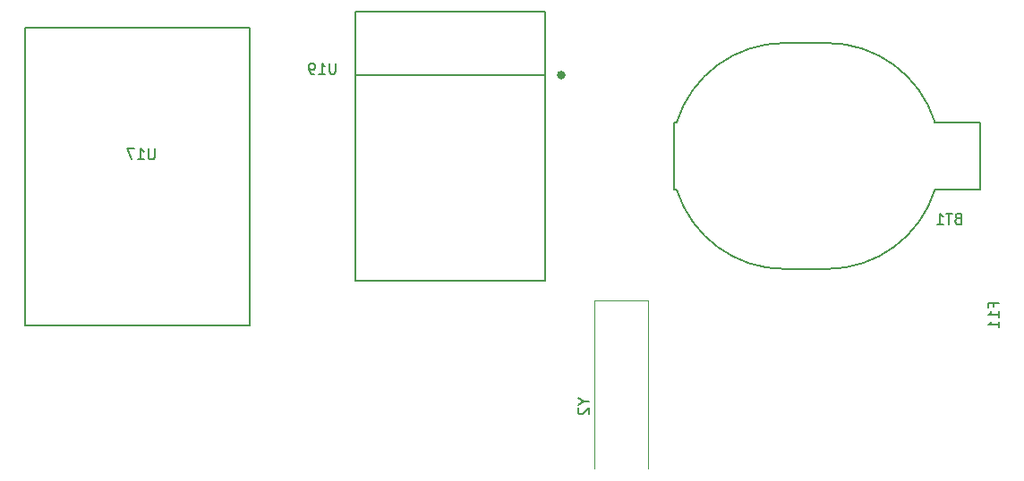
<source format=gbr>
G04 #@! TF.FileFunction,Legend,Bot*
%FSLAX46Y46*%
G04 Gerber Fmt 4.6, Leading zero omitted, Abs format (unit mm)*
G04 Created by KiCad (PCBNEW 4.0.6) date 09/05/17 21:18:10*
%MOMM*%
%LPD*%
G01*
G04 APERTURE LIST*
%ADD10C,0.100000*%
%ADD11C,0.400000*%
%ADD12C,0.127000*%
%ADD13C,0.150000*%
%ADD14C,0.120000*%
G04 APERTURE END LIST*
D10*
D11*
X161898000Y-57364000D02*
G75*
G03X161898000Y-57364000I-200000J0D01*
G01*
D12*
X160198000Y-57364000D02*
X142198000Y-57364000D01*
D13*
X160198000Y-76864000D02*
X160198000Y-51371000D01*
X160198000Y-51364000D02*
X142198000Y-51364000D01*
X142198000Y-51364000D02*
X142198000Y-76864000D01*
X142198000Y-76864000D02*
X160198000Y-76864000D01*
X172340000Y-68227000D02*
X172640000Y-68227000D01*
X172340000Y-61827000D02*
X172640000Y-61827000D01*
X201340000Y-68227000D02*
X197040000Y-68227000D01*
X201340000Y-61827000D02*
X197040000Y-61827000D01*
X172635229Y-68244552D02*
G75*
G03X182840000Y-75727000I10204771J3217552D01*
G01*
X197044771Y-68244552D02*
G75*
G02X186840000Y-75727000I-10204771J3217552D01*
G01*
X172635229Y-61809448D02*
G75*
G02X182840000Y-54327000I10204771J-3217552D01*
G01*
X197044771Y-61809448D02*
G75*
G03X186840000Y-54327000I-10204771J-3217552D01*
G01*
X186840000Y-54327000D02*
X182840000Y-54327000D01*
X172340000Y-61827000D02*
X172340000Y-68227000D01*
X186840000Y-75727000D02*
X182840000Y-75727000D01*
X201340000Y-68227000D02*
X201340000Y-61827000D01*
D14*
X164853840Y-94661040D02*
X164853840Y-78686040D01*
X164853840Y-78686040D02*
X169953840Y-78686040D01*
X169953840Y-78686040D02*
X169953840Y-94661040D01*
D13*
X111000000Y-81100000D02*
X111000000Y-52900000D01*
X132200000Y-52900000D02*
X132200000Y-81100000D01*
X111000000Y-52900000D02*
X132200000Y-52900000D01*
X132200000Y-81100000D02*
X111000000Y-81100000D01*
X140354095Y-56250381D02*
X140354095Y-57059905D01*
X140306476Y-57155143D01*
X140258857Y-57202762D01*
X140163619Y-57250381D01*
X139973142Y-57250381D01*
X139877904Y-57202762D01*
X139830285Y-57155143D01*
X139782666Y-57059905D01*
X139782666Y-56250381D01*
X138782666Y-57250381D02*
X139354095Y-57250381D01*
X139068381Y-57250381D02*
X139068381Y-56250381D01*
X139163619Y-56393238D01*
X139258857Y-56488476D01*
X139354095Y-56536095D01*
X138306476Y-57250381D02*
X138116000Y-57250381D01*
X138020761Y-57202762D01*
X137973142Y-57155143D01*
X137877904Y-57012286D01*
X137830285Y-56821810D01*
X137830285Y-56440857D01*
X137877904Y-56345619D01*
X137925523Y-56298000D01*
X138020761Y-56250381D01*
X138211238Y-56250381D01*
X138306476Y-56298000D01*
X138354095Y-56345619D01*
X138401714Y-56440857D01*
X138401714Y-56678952D01*
X138354095Y-56774190D01*
X138306476Y-56821810D01*
X138211238Y-56869429D01*
X138020761Y-56869429D01*
X137925523Y-56821810D01*
X137877904Y-56774190D01*
X137830285Y-56678952D01*
X199210714Y-70950571D02*
X199067857Y-70998190D01*
X199020238Y-71045810D01*
X198972619Y-71141048D01*
X198972619Y-71283905D01*
X199020238Y-71379143D01*
X199067857Y-71426762D01*
X199163095Y-71474381D01*
X199544048Y-71474381D01*
X199544048Y-70474381D01*
X199210714Y-70474381D01*
X199115476Y-70522000D01*
X199067857Y-70569619D01*
X199020238Y-70664857D01*
X199020238Y-70760095D01*
X199067857Y-70855333D01*
X199115476Y-70902952D01*
X199210714Y-70950571D01*
X199544048Y-70950571D01*
X198686905Y-70474381D02*
X198115476Y-70474381D01*
X198401191Y-71474381D02*
X198401191Y-70474381D01*
X197258333Y-71474381D02*
X197829762Y-71474381D01*
X197544048Y-71474381D02*
X197544048Y-70474381D01*
X197639286Y-70617238D01*
X197734524Y-70712476D01*
X197829762Y-70760095D01*
X202570571Y-79278477D02*
X202570571Y-78945143D01*
X203094381Y-78945143D02*
X202094381Y-78945143D01*
X202094381Y-79421334D01*
X203094381Y-80326096D02*
X203094381Y-79754667D01*
X203094381Y-80040381D02*
X202094381Y-80040381D01*
X202237238Y-79945143D01*
X202332476Y-79849905D01*
X202380095Y-79754667D01*
X203094381Y-81278477D02*
X203094381Y-80707048D01*
X203094381Y-80992762D02*
X202094381Y-80992762D01*
X202237238Y-80897524D01*
X202332476Y-80802286D01*
X202380095Y-80707048D01*
X163830030Y-88284849D02*
X164306221Y-88284849D01*
X163306221Y-87951516D02*
X163830030Y-88284849D01*
X163306221Y-88618183D01*
X163401459Y-88903897D02*
X163353840Y-88951516D01*
X163306221Y-89046754D01*
X163306221Y-89284850D01*
X163353840Y-89380088D01*
X163401459Y-89427707D01*
X163496697Y-89475326D01*
X163591935Y-89475326D01*
X163734792Y-89427707D01*
X164306221Y-88856278D01*
X164306221Y-89475326D01*
X123238095Y-64352381D02*
X123238095Y-65161905D01*
X123190476Y-65257143D01*
X123142857Y-65304762D01*
X123047619Y-65352381D01*
X122857142Y-65352381D01*
X122761904Y-65304762D01*
X122714285Y-65257143D01*
X122666666Y-65161905D01*
X122666666Y-64352381D01*
X121666666Y-65352381D02*
X122238095Y-65352381D01*
X121952381Y-65352381D02*
X121952381Y-64352381D01*
X122047619Y-64495238D01*
X122142857Y-64590476D01*
X122238095Y-64638095D01*
X121333333Y-64352381D02*
X120666666Y-64352381D01*
X121095238Y-65352381D01*
M02*

</source>
